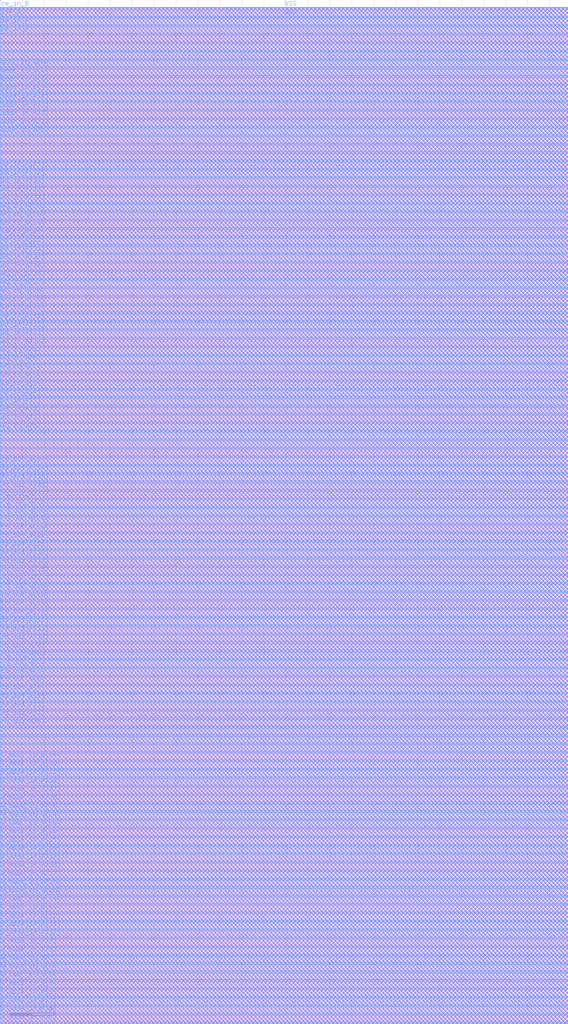
<source format=lef>
# Generated by FakeRAM 2.0
VERSION 5.7 ;
BUSBITCHARS "[]" ;
PROPERTYDEFINITIONS
  MACRO width INTEGER ;
  MACRO depth INTEGER ;
  MACRO banks INTEGER ;
END PROPERTYDEFINITIONS
MACRO fakeram7_tdp_512x32
  PROPERTY width 32 ;
  PROPERTY depth 512 ;
  PROPERTY banks 4 ;
  FOREIGN fakeram7_tdp_512x32 0 0 ;
  SYMMETRY X Y ;
  SIZE 25.840 BY 46.200 ;
  CLASS BLOCK ;
  PIN w_mask_in_A[0]
    DIRECTION INPUT ;
    USE SIGNAL ;
    SHAPE ABUTMENT ;
    PORT
      LAYER M4 ;
      RECT 0.000 0.048 0.024 0.072 ;
    END
  END w_mask_in_A[0]
  PIN w_mask_in_B[0]
    DIRECTION INPUT ;
    USE SIGNAL ;
    SHAPE ABUTMENT ;
    PORT
      LAYER M4 ;
      RECT 25.816 0.048 25.840 0.072 ;
    END
  END w_mask_in_B[0]
  PIN w_mask_in_A[1]
    DIRECTION INPUT ;
    USE SIGNAL ;
    SHAPE ABUTMENT ;
    PORT
      LAYER M4 ;
      RECT 0.000 0.432 0.024 0.456 ;
    END
  END w_mask_in_A[1]
  PIN w_mask_in_B[1]
    DIRECTION INPUT ;
    USE SIGNAL ;
    SHAPE ABUTMENT ;
    PORT
      LAYER M4 ;
      RECT 25.816 0.432 25.840 0.456 ;
    END
  END w_mask_in_B[1]
  PIN w_mask_in_A[2]
    DIRECTION INPUT ;
    USE SIGNAL ;
    SHAPE ABUTMENT ;
    PORT
      LAYER M4 ;
      RECT 0.000 0.816 0.024 0.840 ;
    END
  END w_mask_in_A[2]
  PIN w_mask_in_B[2]
    DIRECTION INPUT ;
    USE SIGNAL ;
    SHAPE ABUTMENT ;
    PORT
      LAYER M4 ;
      RECT 25.816 0.816 25.840 0.840 ;
    END
  END w_mask_in_B[2]
  PIN w_mask_in_A[3]
    DIRECTION INPUT ;
    USE SIGNAL ;
    SHAPE ABUTMENT ;
    PORT
      LAYER M4 ;
      RECT 0.000 1.200 0.024 1.224 ;
    END
  END w_mask_in_A[3]
  PIN w_mask_in_B[3]
    DIRECTION INPUT ;
    USE SIGNAL ;
    SHAPE ABUTMENT ;
    PORT
      LAYER M4 ;
      RECT 25.816 1.200 25.840 1.224 ;
    END
  END w_mask_in_B[3]
  PIN w_mask_in_A[4]
    DIRECTION INPUT ;
    USE SIGNAL ;
    SHAPE ABUTMENT ;
    PORT
      LAYER M4 ;
      RECT 0.000 1.584 0.024 1.608 ;
    END
  END w_mask_in_A[4]
  PIN w_mask_in_B[4]
    DIRECTION INPUT ;
    USE SIGNAL ;
    SHAPE ABUTMENT ;
    PORT
      LAYER M4 ;
      RECT 25.816 1.584 25.840 1.608 ;
    END
  END w_mask_in_B[4]
  PIN w_mask_in_A[5]
    DIRECTION INPUT ;
    USE SIGNAL ;
    SHAPE ABUTMENT ;
    PORT
      LAYER M4 ;
      RECT 0.000 1.968 0.024 1.992 ;
    END
  END w_mask_in_A[5]
  PIN w_mask_in_B[5]
    DIRECTION INPUT ;
    USE SIGNAL ;
    SHAPE ABUTMENT ;
    PORT
      LAYER M4 ;
      RECT 25.816 1.968 25.840 1.992 ;
    END
  END w_mask_in_B[5]
  PIN w_mask_in_A[6]
    DIRECTION INPUT ;
    USE SIGNAL ;
    SHAPE ABUTMENT ;
    PORT
      LAYER M4 ;
      RECT 0.000 2.352 0.024 2.376 ;
    END
  END w_mask_in_A[6]
  PIN w_mask_in_B[6]
    DIRECTION INPUT ;
    USE SIGNAL ;
    SHAPE ABUTMENT ;
    PORT
      LAYER M4 ;
      RECT 25.816 2.352 25.840 2.376 ;
    END
  END w_mask_in_B[6]
  PIN w_mask_in_A[7]
    DIRECTION INPUT ;
    USE SIGNAL ;
    SHAPE ABUTMENT ;
    PORT
      LAYER M4 ;
      RECT 0.000 2.736 0.024 2.760 ;
    END
  END w_mask_in_A[7]
  PIN w_mask_in_B[7]
    DIRECTION INPUT ;
    USE SIGNAL ;
    SHAPE ABUTMENT ;
    PORT
      LAYER M4 ;
      RECT 25.816 2.736 25.840 2.760 ;
    END
  END w_mask_in_B[7]
  PIN w_mask_in_A[8]
    DIRECTION INPUT ;
    USE SIGNAL ;
    SHAPE ABUTMENT ;
    PORT
      LAYER M4 ;
      RECT 0.000 3.120 0.024 3.144 ;
    END
  END w_mask_in_A[8]
  PIN w_mask_in_B[8]
    DIRECTION INPUT ;
    USE SIGNAL ;
    SHAPE ABUTMENT ;
    PORT
      LAYER M4 ;
      RECT 25.816 3.120 25.840 3.144 ;
    END
  END w_mask_in_B[8]
  PIN w_mask_in_A[9]
    DIRECTION INPUT ;
    USE SIGNAL ;
    SHAPE ABUTMENT ;
    PORT
      LAYER M4 ;
      RECT 0.000 3.504 0.024 3.528 ;
    END
  END w_mask_in_A[9]
  PIN w_mask_in_B[9]
    DIRECTION INPUT ;
    USE SIGNAL ;
    SHAPE ABUTMENT ;
    PORT
      LAYER M4 ;
      RECT 25.816 3.504 25.840 3.528 ;
    END
  END w_mask_in_B[9]
  PIN w_mask_in_A[10]
    DIRECTION INPUT ;
    USE SIGNAL ;
    SHAPE ABUTMENT ;
    PORT
      LAYER M4 ;
      RECT 0.000 3.888 0.024 3.912 ;
    END
  END w_mask_in_A[10]
  PIN w_mask_in_B[10]
    DIRECTION INPUT ;
    USE SIGNAL ;
    SHAPE ABUTMENT ;
    PORT
      LAYER M4 ;
      RECT 25.816 3.888 25.840 3.912 ;
    END
  END w_mask_in_B[10]
  PIN w_mask_in_A[11]
    DIRECTION INPUT ;
    USE SIGNAL ;
    SHAPE ABUTMENT ;
    PORT
      LAYER M4 ;
      RECT 0.000 4.272 0.024 4.296 ;
    END
  END w_mask_in_A[11]
  PIN w_mask_in_B[11]
    DIRECTION INPUT ;
    USE SIGNAL ;
    SHAPE ABUTMENT ;
    PORT
      LAYER M4 ;
      RECT 25.816 4.272 25.840 4.296 ;
    END
  END w_mask_in_B[11]
  PIN w_mask_in_A[12]
    DIRECTION INPUT ;
    USE SIGNAL ;
    SHAPE ABUTMENT ;
    PORT
      LAYER M4 ;
      RECT 0.000 4.656 0.024 4.680 ;
    END
  END w_mask_in_A[12]
  PIN w_mask_in_B[12]
    DIRECTION INPUT ;
    USE SIGNAL ;
    SHAPE ABUTMENT ;
    PORT
      LAYER M4 ;
      RECT 25.816 4.656 25.840 4.680 ;
    END
  END w_mask_in_B[12]
  PIN w_mask_in_A[13]
    DIRECTION INPUT ;
    USE SIGNAL ;
    SHAPE ABUTMENT ;
    PORT
      LAYER M4 ;
      RECT 0.000 5.040 0.024 5.064 ;
    END
  END w_mask_in_A[13]
  PIN w_mask_in_B[13]
    DIRECTION INPUT ;
    USE SIGNAL ;
    SHAPE ABUTMENT ;
    PORT
      LAYER M4 ;
      RECT 25.816 5.040 25.840 5.064 ;
    END
  END w_mask_in_B[13]
  PIN w_mask_in_A[14]
    DIRECTION INPUT ;
    USE SIGNAL ;
    SHAPE ABUTMENT ;
    PORT
      LAYER M4 ;
      RECT 0.000 5.424 0.024 5.448 ;
    END
  END w_mask_in_A[14]
  PIN w_mask_in_B[14]
    DIRECTION INPUT ;
    USE SIGNAL ;
    SHAPE ABUTMENT ;
    PORT
      LAYER M4 ;
      RECT 25.816 5.424 25.840 5.448 ;
    END
  END w_mask_in_B[14]
  PIN w_mask_in_A[15]
    DIRECTION INPUT ;
    USE SIGNAL ;
    SHAPE ABUTMENT ;
    PORT
      LAYER M4 ;
      RECT 0.000 5.808 0.024 5.832 ;
    END
  END w_mask_in_A[15]
  PIN w_mask_in_B[15]
    DIRECTION INPUT ;
    USE SIGNAL ;
    SHAPE ABUTMENT ;
    PORT
      LAYER M4 ;
      RECT 25.816 5.808 25.840 5.832 ;
    END
  END w_mask_in_B[15]
  PIN w_mask_in_A[16]
    DIRECTION INPUT ;
    USE SIGNAL ;
    SHAPE ABUTMENT ;
    PORT
      LAYER M4 ;
      RECT 0.000 6.192 0.024 6.216 ;
    END
  END w_mask_in_A[16]
  PIN w_mask_in_B[16]
    DIRECTION INPUT ;
    USE SIGNAL ;
    SHAPE ABUTMENT ;
    PORT
      LAYER M4 ;
      RECT 25.816 6.192 25.840 6.216 ;
    END
  END w_mask_in_B[16]
  PIN w_mask_in_A[17]
    DIRECTION INPUT ;
    USE SIGNAL ;
    SHAPE ABUTMENT ;
    PORT
      LAYER M4 ;
      RECT 0.000 6.576 0.024 6.600 ;
    END
  END w_mask_in_A[17]
  PIN w_mask_in_B[17]
    DIRECTION INPUT ;
    USE SIGNAL ;
    SHAPE ABUTMENT ;
    PORT
      LAYER M4 ;
      RECT 25.816 6.576 25.840 6.600 ;
    END
  END w_mask_in_B[17]
  PIN w_mask_in_A[18]
    DIRECTION INPUT ;
    USE SIGNAL ;
    SHAPE ABUTMENT ;
    PORT
      LAYER M4 ;
      RECT 0.000 6.960 0.024 6.984 ;
    END
  END w_mask_in_A[18]
  PIN w_mask_in_B[18]
    DIRECTION INPUT ;
    USE SIGNAL ;
    SHAPE ABUTMENT ;
    PORT
      LAYER M4 ;
      RECT 25.816 6.960 25.840 6.984 ;
    END
  END w_mask_in_B[18]
  PIN w_mask_in_A[19]
    DIRECTION INPUT ;
    USE SIGNAL ;
    SHAPE ABUTMENT ;
    PORT
      LAYER M4 ;
      RECT 0.000 7.344 0.024 7.368 ;
    END
  END w_mask_in_A[19]
  PIN w_mask_in_B[19]
    DIRECTION INPUT ;
    USE SIGNAL ;
    SHAPE ABUTMENT ;
    PORT
      LAYER M4 ;
      RECT 25.816 7.344 25.840 7.368 ;
    END
  END w_mask_in_B[19]
  PIN w_mask_in_A[20]
    DIRECTION INPUT ;
    USE SIGNAL ;
    SHAPE ABUTMENT ;
    PORT
      LAYER M4 ;
      RECT 0.000 7.728 0.024 7.752 ;
    END
  END w_mask_in_A[20]
  PIN w_mask_in_B[20]
    DIRECTION INPUT ;
    USE SIGNAL ;
    SHAPE ABUTMENT ;
    PORT
      LAYER M4 ;
      RECT 25.816 7.728 25.840 7.752 ;
    END
  END w_mask_in_B[20]
  PIN w_mask_in_A[21]
    DIRECTION INPUT ;
    USE SIGNAL ;
    SHAPE ABUTMENT ;
    PORT
      LAYER M4 ;
      RECT 0.000 8.112 0.024 8.136 ;
    END
  END w_mask_in_A[21]
  PIN w_mask_in_B[21]
    DIRECTION INPUT ;
    USE SIGNAL ;
    SHAPE ABUTMENT ;
    PORT
      LAYER M4 ;
      RECT 25.816 8.112 25.840 8.136 ;
    END
  END w_mask_in_B[21]
  PIN w_mask_in_A[22]
    DIRECTION INPUT ;
    USE SIGNAL ;
    SHAPE ABUTMENT ;
    PORT
      LAYER M4 ;
      RECT 0.000 8.496 0.024 8.520 ;
    END
  END w_mask_in_A[22]
  PIN w_mask_in_B[22]
    DIRECTION INPUT ;
    USE SIGNAL ;
    SHAPE ABUTMENT ;
    PORT
      LAYER M4 ;
      RECT 25.816 8.496 25.840 8.520 ;
    END
  END w_mask_in_B[22]
  PIN w_mask_in_A[23]
    DIRECTION INPUT ;
    USE SIGNAL ;
    SHAPE ABUTMENT ;
    PORT
      LAYER M4 ;
      RECT 0.000 8.880 0.024 8.904 ;
    END
  END w_mask_in_A[23]
  PIN w_mask_in_B[23]
    DIRECTION INPUT ;
    USE SIGNAL ;
    SHAPE ABUTMENT ;
    PORT
      LAYER M4 ;
      RECT 25.816 8.880 25.840 8.904 ;
    END
  END w_mask_in_B[23]
  PIN w_mask_in_A[24]
    DIRECTION INPUT ;
    USE SIGNAL ;
    SHAPE ABUTMENT ;
    PORT
      LAYER M4 ;
      RECT 0.000 9.264 0.024 9.288 ;
    END
  END w_mask_in_A[24]
  PIN w_mask_in_B[24]
    DIRECTION INPUT ;
    USE SIGNAL ;
    SHAPE ABUTMENT ;
    PORT
      LAYER M4 ;
      RECT 25.816 9.264 25.840 9.288 ;
    END
  END w_mask_in_B[24]
  PIN w_mask_in_A[25]
    DIRECTION INPUT ;
    USE SIGNAL ;
    SHAPE ABUTMENT ;
    PORT
      LAYER M4 ;
      RECT 0.000 9.648 0.024 9.672 ;
    END
  END w_mask_in_A[25]
  PIN w_mask_in_B[25]
    DIRECTION INPUT ;
    USE SIGNAL ;
    SHAPE ABUTMENT ;
    PORT
      LAYER M4 ;
      RECT 25.816 9.648 25.840 9.672 ;
    END
  END w_mask_in_B[25]
  PIN w_mask_in_A[26]
    DIRECTION INPUT ;
    USE SIGNAL ;
    SHAPE ABUTMENT ;
    PORT
      LAYER M4 ;
      RECT 0.000 10.032 0.024 10.056 ;
    END
  END w_mask_in_A[26]
  PIN w_mask_in_B[26]
    DIRECTION INPUT ;
    USE SIGNAL ;
    SHAPE ABUTMENT ;
    PORT
      LAYER M4 ;
      RECT 25.816 10.032 25.840 10.056 ;
    END
  END w_mask_in_B[26]
  PIN w_mask_in_A[27]
    DIRECTION INPUT ;
    USE SIGNAL ;
    SHAPE ABUTMENT ;
    PORT
      LAYER M4 ;
      RECT 0.000 10.416 0.024 10.440 ;
    END
  END w_mask_in_A[27]
  PIN w_mask_in_B[27]
    DIRECTION INPUT ;
    USE SIGNAL ;
    SHAPE ABUTMENT ;
    PORT
      LAYER M4 ;
      RECT 25.816 10.416 25.840 10.440 ;
    END
  END w_mask_in_B[27]
  PIN w_mask_in_A[28]
    DIRECTION INPUT ;
    USE SIGNAL ;
    SHAPE ABUTMENT ;
    PORT
      LAYER M4 ;
      RECT 0.000 10.800 0.024 10.824 ;
    END
  END w_mask_in_A[28]
  PIN w_mask_in_B[28]
    DIRECTION INPUT ;
    USE SIGNAL ;
    SHAPE ABUTMENT ;
    PORT
      LAYER M4 ;
      RECT 25.816 10.800 25.840 10.824 ;
    END
  END w_mask_in_B[28]
  PIN w_mask_in_A[29]
    DIRECTION INPUT ;
    USE SIGNAL ;
    SHAPE ABUTMENT ;
    PORT
      LAYER M4 ;
      RECT 0.000 11.184 0.024 11.208 ;
    END
  END w_mask_in_A[29]
  PIN w_mask_in_B[29]
    DIRECTION INPUT ;
    USE SIGNAL ;
    SHAPE ABUTMENT ;
    PORT
      LAYER M4 ;
      RECT 25.816 11.184 25.840 11.208 ;
    END
  END w_mask_in_B[29]
  PIN w_mask_in_A[30]
    DIRECTION INPUT ;
    USE SIGNAL ;
    SHAPE ABUTMENT ;
    PORT
      LAYER M4 ;
      RECT 0.000 11.568 0.024 11.592 ;
    END
  END w_mask_in_A[30]
  PIN w_mask_in_B[30]
    DIRECTION INPUT ;
    USE SIGNAL ;
    SHAPE ABUTMENT ;
    PORT
      LAYER M4 ;
      RECT 25.816 11.568 25.840 11.592 ;
    END
  END w_mask_in_B[30]
  PIN w_mask_in_A[31]
    DIRECTION INPUT ;
    USE SIGNAL ;
    SHAPE ABUTMENT ;
    PORT
      LAYER M4 ;
      RECT 0.000 11.952 0.024 11.976 ;
    END
  END w_mask_in_A[31]
  PIN w_mask_in_B[31]
    DIRECTION INPUT ;
    USE SIGNAL ;
    SHAPE ABUTMENT ;
    PORT
      LAYER M4 ;
      RECT 25.816 11.952 25.840 11.976 ;
    END
  END w_mask_in_B[31]
  PIN rd_out_A[0]
    DIRECTION OUTPUT ;
    USE SIGNAL ;
    SHAPE ABUTMENT ;
    PORT
      LAYER M4 ;
      RECT 0.000 13.488 0.024 13.512 ;
    END
  END rd_out_A[0]
  PIN rd_out_B[0]
    DIRECTION OUTPUT ;
    USE SIGNAL ;
    SHAPE ABUTMENT ;
    PORT
      LAYER M4 ;
      RECT 25.816 13.488 25.840 13.512 ;
    END
  END rd_out_B[0]
  PIN rd_out_A[1]
    DIRECTION OUTPUT ;
    USE SIGNAL ;
    SHAPE ABUTMENT ;
    PORT
      LAYER M4 ;
      RECT 0.000 13.872 0.024 13.896 ;
    END
  END rd_out_A[1]
  PIN rd_out_B[1]
    DIRECTION OUTPUT ;
    USE SIGNAL ;
    SHAPE ABUTMENT ;
    PORT
      LAYER M4 ;
      RECT 25.816 13.872 25.840 13.896 ;
    END
  END rd_out_B[1]
  PIN rd_out_A[2]
    DIRECTION OUTPUT ;
    USE SIGNAL ;
    SHAPE ABUTMENT ;
    PORT
      LAYER M4 ;
      RECT 0.000 14.256 0.024 14.280 ;
    END
  END rd_out_A[2]
  PIN rd_out_B[2]
    DIRECTION OUTPUT ;
    USE SIGNAL ;
    SHAPE ABUTMENT ;
    PORT
      LAYER M4 ;
      RECT 25.816 14.256 25.840 14.280 ;
    END
  END rd_out_B[2]
  PIN rd_out_A[3]
    DIRECTION OUTPUT ;
    USE SIGNAL ;
    SHAPE ABUTMENT ;
    PORT
      LAYER M4 ;
      RECT 0.000 14.640 0.024 14.664 ;
    END
  END rd_out_A[3]
  PIN rd_out_B[3]
    DIRECTION OUTPUT ;
    USE SIGNAL ;
    SHAPE ABUTMENT ;
    PORT
      LAYER M4 ;
      RECT 25.816 14.640 25.840 14.664 ;
    END
  END rd_out_B[3]
  PIN rd_out_A[4]
    DIRECTION OUTPUT ;
    USE SIGNAL ;
    SHAPE ABUTMENT ;
    PORT
      LAYER M4 ;
      RECT 0.000 15.024 0.024 15.048 ;
    END
  END rd_out_A[4]
  PIN rd_out_B[4]
    DIRECTION OUTPUT ;
    USE SIGNAL ;
    SHAPE ABUTMENT ;
    PORT
      LAYER M4 ;
      RECT 25.816 15.024 25.840 15.048 ;
    END
  END rd_out_B[4]
  PIN rd_out_A[5]
    DIRECTION OUTPUT ;
    USE SIGNAL ;
    SHAPE ABUTMENT ;
    PORT
      LAYER M4 ;
      RECT 0.000 15.408 0.024 15.432 ;
    END
  END rd_out_A[5]
  PIN rd_out_B[5]
    DIRECTION OUTPUT ;
    USE SIGNAL ;
    SHAPE ABUTMENT ;
    PORT
      LAYER M4 ;
      RECT 25.816 15.408 25.840 15.432 ;
    END
  END rd_out_B[5]
  PIN rd_out_A[6]
    DIRECTION OUTPUT ;
    USE SIGNAL ;
    SHAPE ABUTMENT ;
    PORT
      LAYER M4 ;
      RECT 0.000 15.792 0.024 15.816 ;
    END
  END rd_out_A[6]
  PIN rd_out_B[6]
    DIRECTION OUTPUT ;
    USE SIGNAL ;
    SHAPE ABUTMENT ;
    PORT
      LAYER M4 ;
      RECT 25.816 15.792 25.840 15.816 ;
    END
  END rd_out_B[6]
  PIN rd_out_A[7]
    DIRECTION OUTPUT ;
    USE SIGNAL ;
    SHAPE ABUTMENT ;
    PORT
      LAYER M4 ;
      RECT 0.000 16.176 0.024 16.200 ;
    END
  END rd_out_A[7]
  PIN rd_out_B[7]
    DIRECTION OUTPUT ;
    USE SIGNAL ;
    SHAPE ABUTMENT ;
    PORT
      LAYER M4 ;
      RECT 25.816 16.176 25.840 16.200 ;
    END
  END rd_out_B[7]
  PIN rd_out_A[8]
    DIRECTION OUTPUT ;
    USE SIGNAL ;
    SHAPE ABUTMENT ;
    PORT
      LAYER M4 ;
      RECT 0.000 16.560 0.024 16.584 ;
    END
  END rd_out_A[8]
  PIN rd_out_B[8]
    DIRECTION OUTPUT ;
    USE SIGNAL ;
    SHAPE ABUTMENT ;
    PORT
      LAYER M4 ;
      RECT 25.816 16.560 25.840 16.584 ;
    END
  END rd_out_B[8]
  PIN rd_out_A[9]
    DIRECTION OUTPUT ;
    USE SIGNAL ;
    SHAPE ABUTMENT ;
    PORT
      LAYER M4 ;
      RECT 0.000 16.944 0.024 16.968 ;
    END
  END rd_out_A[9]
  PIN rd_out_B[9]
    DIRECTION OUTPUT ;
    USE SIGNAL ;
    SHAPE ABUTMENT ;
    PORT
      LAYER M4 ;
      RECT 25.816 16.944 25.840 16.968 ;
    END
  END rd_out_B[9]
  PIN rd_out_A[10]
    DIRECTION OUTPUT ;
    USE SIGNAL ;
    SHAPE ABUTMENT ;
    PORT
      LAYER M4 ;
      RECT 0.000 17.328 0.024 17.352 ;
    END
  END rd_out_A[10]
  PIN rd_out_B[10]
    DIRECTION OUTPUT ;
    USE SIGNAL ;
    SHAPE ABUTMENT ;
    PORT
      LAYER M4 ;
      RECT 25.816 17.328 25.840 17.352 ;
    END
  END rd_out_B[10]
  PIN rd_out_A[11]
    DIRECTION OUTPUT ;
    USE SIGNAL ;
    SHAPE ABUTMENT ;
    PORT
      LAYER M4 ;
      RECT 0.000 17.712 0.024 17.736 ;
    END
  END rd_out_A[11]
  PIN rd_out_B[11]
    DIRECTION OUTPUT ;
    USE SIGNAL ;
    SHAPE ABUTMENT ;
    PORT
      LAYER M4 ;
      RECT 25.816 17.712 25.840 17.736 ;
    END
  END rd_out_B[11]
  PIN rd_out_A[12]
    DIRECTION OUTPUT ;
    USE SIGNAL ;
    SHAPE ABUTMENT ;
    PORT
      LAYER M4 ;
      RECT 0.000 18.096 0.024 18.120 ;
    END
  END rd_out_A[12]
  PIN rd_out_B[12]
    DIRECTION OUTPUT ;
    USE SIGNAL ;
    SHAPE ABUTMENT ;
    PORT
      LAYER M4 ;
      RECT 25.816 18.096 25.840 18.120 ;
    END
  END rd_out_B[12]
  PIN rd_out_A[13]
    DIRECTION OUTPUT ;
    USE SIGNAL ;
    SHAPE ABUTMENT ;
    PORT
      LAYER M4 ;
      RECT 0.000 18.480 0.024 18.504 ;
    END
  END rd_out_A[13]
  PIN rd_out_B[13]
    DIRECTION OUTPUT ;
    USE SIGNAL ;
    SHAPE ABUTMENT ;
    PORT
      LAYER M4 ;
      RECT 25.816 18.480 25.840 18.504 ;
    END
  END rd_out_B[13]
  PIN rd_out_A[14]
    DIRECTION OUTPUT ;
    USE SIGNAL ;
    SHAPE ABUTMENT ;
    PORT
      LAYER M4 ;
      RECT 0.000 18.864 0.024 18.888 ;
    END
  END rd_out_A[14]
  PIN rd_out_B[14]
    DIRECTION OUTPUT ;
    USE SIGNAL ;
    SHAPE ABUTMENT ;
    PORT
      LAYER M4 ;
      RECT 25.816 18.864 25.840 18.888 ;
    END
  END rd_out_B[14]
  PIN rd_out_A[15]
    DIRECTION OUTPUT ;
    USE SIGNAL ;
    SHAPE ABUTMENT ;
    PORT
      LAYER M4 ;
      RECT 0.000 19.248 0.024 19.272 ;
    END
  END rd_out_A[15]
  PIN rd_out_B[15]
    DIRECTION OUTPUT ;
    USE SIGNAL ;
    SHAPE ABUTMENT ;
    PORT
      LAYER M4 ;
      RECT 25.816 19.248 25.840 19.272 ;
    END
  END rd_out_B[15]
  PIN rd_out_A[16]
    DIRECTION OUTPUT ;
    USE SIGNAL ;
    SHAPE ABUTMENT ;
    PORT
      LAYER M4 ;
      RECT 0.000 19.632 0.024 19.656 ;
    END
  END rd_out_A[16]
  PIN rd_out_B[16]
    DIRECTION OUTPUT ;
    USE SIGNAL ;
    SHAPE ABUTMENT ;
    PORT
      LAYER M4 ;
      RECT 25.816 19.632 25.840 19.656 ;
    END
  END rd_out_B[16]
  PIN rd_out_A[17]
    DIRECTION OUTPUT ;
    USE SIGNAL ;
    SHAPE ABUTMENT ;
    PORT
      LAYER M4 ;
      RECT 0.000 20.016 0.024 20.040 ;
    END
  END rd_out_A[17]
  PIN rd_out_B[17]
    DIRECTION OUTPUT ;
    USE SIGNAL ;
    SHAPE ABUTMENT ;
    PORT
      LAYER M4 ;
      RECT 25.816 20.016 25.840 20.040 ;
    END
  END rd_out_B[17]
  PIN rd_out_A[18]
    DIRECTION OUTPUT ;
    USE SIGNAL ;
    SHAPE ABUTMENT ;
    PORT
      LAYER M4 ;
      RECT 0.000 20.400 0.024 20.424 ;
    END
  END rd_out_A[18]
  PIN rd_out_B[18]
    DIRECTION OUTPUT ;
    USE SIGNAL ;
    SHAPE ABUTMENT ;
    PORT
      LAYER M4 ;
      RECT 25.816 20.400 25.840 20.424 ;
    END
  END rd_out_B[18]
  PIN rd_out_A[19]
    DIRECTION OUTPUT ;
    USE SIGNAL ;
    SHAPE ABUTMENT ;
    PORT
      LAYER M4 ;
      RECT 0.000 20.784 0.024 20.808 ;
    END
  END rd_out_A[19]
  PIN rd_out_B[19]
    DIRECTION OUTPUT ;
    USE SIGNAL ;
    SHAPE ABUTMENT ;
    PORT
      LAYER M4 ;
      RECT 25.816 20.784 25.840 20.808 ;
    END
  END rd_out_B[19]
  PIN rd_out_A[20]
    DIRECTION OUTPUT ;
    USE SIGNAL ;
    SHAPE ABUTMENT ;
    PORT
      LAYER M4 ;
      RECT 0.000 21.168 0.024 21.192 ;
    END
  END rd_out_A[20]
  PIN rd_out_B[20]
    DIRECTION OUTPUT ;
    USE SIGNAL ;
    SHAPE ABUTMENT ;
    PORT
      LAYER M4 ;
      RECT 25.816 21.168 25.840 21.192 ;
    END
  END rd_out_B[20]
  PIN rd_out_A[21]
    DIRECTION OUTPUT ;
    USE SIGNAL ;
    SHAPE ABUTMENT ;
    PORT
      LAYER M4 ;
      RECT 0.000 21.552 0.024 21.576 ;
    END
  END rd_out_A[21]
  PIN rd_out_B[21]
    DIRECTION OUTPUT ;
    USE SIGNAL ;
    SHAPE ABUTMENT ;
    PORT
      LAYER M4 ;
      RECT 25.816 21.552 25.840 21.576 ;
    END
  END rd_out_B[21]
  PIN rd_out_A[22]
    DIRECTION OUTPUT ;
    USE SIGNAL ;
    SHAPE ABUTMENT ;
    PORT
      LAYER M4 ;
      RECT 0.000 21.936 0.024 21.960 ;
    END
  END rd_out_A[22]
  PIN rd_out_B[22]
    DIRECTION OUTPUT ;
    USE SIGNAL ;
    SHAPE ABUTMENT ;
    PORT
      LAYER M4 ;
      RECT 25.816 21.936 25.840 21.960 ;
    END
  END rd_out_B[22]
  PIN rd_out_A[23]
    DIRECTION OUTPUT ;
    USE SIGNAL ;
    SHAPE ABUTMENT ;
    PORT
      LAYER M4 ;
      RECT 0.000 22.320 0.024 22.344 ;
    END
  END rd_out_A[23]
  PIN rd_out_B[23]
    DIRECTION OUTPUT ;
    USE SIGNAL ;
    SHAPE ABUTMENT ;
    PORT
      LAYER M4 ;
      RECT 25.816 22.320 25.840 22.344 ;
    END
  END rd_out_B[23]
  PIN rd_out_A[24]
    DIRECTION OUTPUT ;
    USE SIGNAL ;
    SHAPE ABUTMENT ;
    PORT
      LAYER M4 ;
      RECT 0.000 22.704 0.024 22.728 ;
    END
  END rd_out_A[24]
  PIN rd_out_B[24]
    DIRECTION OUTPUT ;
    USE SIGNAL ;
    SHAPE ABUTMENT ;
    PORT
      LAYER M4 ;
      RECT 25.816 22.704 25.840 22.728 ;
    END
  END rd_out_B[24]
  PIN rd_out_A[25]
    DIRECTION OUTPUT ;
    USE SIGNAL ;
    SHAPE ABUTMENT ;
    PORT
      LAYER M4 ;
      RECT 0.000 23.088 0.024 23.112 ;
    END
  END rd_out_A[25]
  PIN rd_out_B[25]
    DIRECTION OUTPUT ;
    USE SIGNAL ;
    SHAPE ABUTMENT ;
    PORT
      LAYER M4 ;
      RECT 25.816 23.088 25.840 23.112 ;
    END
  END rd_out_B[25]
  PIN rd_out_A[26]
    DIRECTION OUTPUT ;
    USE SIGNAL ;
    SHAPE ABUTMENT ;
    PORT
      LAYER M4 ;
      RECT 0.000 23.472 0.024 23.496 ;
    END
  END rd_out_A[26]
  PIN rd_out_B[26]
    DIRECTION OUTPUT ;
    USE SIGNAL ;
    SHAPE ABUTMENT ;
    PORT
      LAYER M4 ;
      RECT 25.816 23.472 25.840 23.496 ;
    END
  END rd_out_B[26]
  PIN rd_out_A[27]
    DIRECTION OUTPUT ;
    USE SIGNAL ;
    SHAPE ABUTMENT ;
    PORT
      LAYER M4 ;
      RECT 0.000 23.856 0.024 23.880 ;
    END
  END rd_out_A[27]
  PIN rd_out_B[27]
    DIRECTION OUTPUT ;
    USE SIGNAL ;
    SHAPE ABUTMENT ;
    PORT
      LAYER M4 ;
      RECT 25.816 23.856 25.840 23.880 ;
    END
  END rd_out_B[27]
  PIN rd_out_A[28]
    DIRECTION OUTPUT ;
    USE SIGNAL ;
    SHAPE ABUTMENT ;
    PORT
      LAYER M4 ;
      RECT 0.000 24.240 0.024 24.264 ;
    END
  END rd_out_A[28]
  PIN rd_out_B[28]
    DIRECTION OUTPUT ;
    USE SIGNAL ;
    SHAPE ABUTMENT ;
    PORT
      LAYER M4 ;
      RECT 25.816 24.240 25.840 24.264 ;
    END
  END rd_out_B[28]
  PIN rd_out_A[29]
    DIRECTION OUTPUT ;
    USE SIGNAL ;
    SHAPE ABUTMENT ;
    PORT
      LAYER M4 ;
      RECT 0.000 24.624 0.024 24.648 ;
    END
  END rd_out_A[29]
  PIN rd_out_B[29]
    DIRECTION OUTPUT ;
    USE SIGNAL ;
    SHAPE ABUTMENT ;
    PORT
      LAYER M4 ;
      RECT 25.816 24.624 25.840 24.648 ;
    END
  END rd_out_B[29]
  PIN rd_out_A[30]
    DIRECTION OUTPUT ;
    USE SIGNAL ;
    SHAPE ABUTMENT ;
    PORT
      LAYER M4 ;
      RECT 0.000 25.008 0.024 25.032 ;
    END
  END rd_out_A[30]
  PIN rd_out_B[30]
    DIRECTION OUTPUT ;
    USE SIGNAL ;
    SHAPE ABUTMENT ;
    PORT
      LAYER M4 ;
      RECT 25.816 25.008 25.840 25.032 ;
    END
  END rd_out_B[30]
  PIN rd_out_A[31]
    DIRECTION OUTPUT ;
    USE SIGNAL ;
    SHAPE ABUTMENT ;
    PORT
      LAYER M4 ;
      RECT 0.000 25.392 0.024 25.416 ;
    END
  END rd_out_A[31]
  PIN rd_out_B[31]
    DIRECTION OUTPUT ;
    USE SIGNAL ;
    SHAPE ABUTMENT ;
    PORT
      LAYER M4 ;
      RECT 25.816 25.392 25.840 25.416 ;
    END
  END rd_out_B[31]
  PIN wd_in_A[0]
    DIRECTION INPUT ;
    USE SIGNAL ;
    SHAPE ABUTMENT ;
    PORT
      LAYER M4 ;
      RECT 0.000 26.928 0.024 26.952 ;
    END
  END wd_in_A[0]
  PIN wd_in_B[0]
    DIRECTION INPUT ;
    USE SIGNAL ;
    SHAPE ABUTMENT ;
    PORT
      LAYER M4 ;
      RECT 25.816 26.928 25.840 26.952 ;
    END
  END wd_in_B[0]
  PIN wd_in_A[1]
    DIRECTION INPUT ;
    USE SIGNAL ;
    SHAPE ABUTMENT ;
    PORT
      LAYER M4 ;
      RECT 0.000 27.312 0.024 27.336 ;
    END
  END wd_in_A[1]
  PIN wd_in_B[1]
    DIRECTION INPUT ;
    USE SIGNAL ;
    SHAPE ABUTMENT ;
    PORT
      LAYER M4 ;
      RECT 25.816 27.312 25.840 27.336 ;
    END
  END wd_in_B[1]
  PIN wd_in_A[2]
    DIRECTION INPUT ;
    USE SIGNAL ;
    SHAPE ABUTMENT ;
    PORT
      LAYER M4 ;
      RECT 0.000 27.696 0.024 27.720 ;
    END
  END wd_in_A[2]
  PIN wd_in_B[2]
    DIRECTION INPUT ;
    USE SIGNAL ;
    SHAPE ABUTMENT ;
    PORT
      LAYER M4 ;
      RECT 25.816 27.696 25.840 27.720 ;
    END
  END wd_in_B[2]
  PIN wd_in_A[3]
    DIRECTION INPUT ;
    USE SIGNAL ;
    SHAPE ABUTMENT ;
    PORT
      LAYER M4 ;
      RECT 0.000 28.080 0.024 28.104 ;
    END
  END wd_in_A[3]
  PIN wd_in_B[3]
    DIRECTION INPUT ;
    USE SIGNAL ;
    SHAPE ABUTMENT ;
    PORT
      LAYER M4 ;
      RECT 25.816 28.080 25.840 28.104 ;
    END
  END wd_in_B[3]
  PIN wd_in_A[4]
    DIRECTION INPUT ;
    USE SIGNAL ;
    SHAPE ABUTMENT ;
    PORT
      LAYER M4 ;
      RECT 0.000 28.464 0.024 28.488 ;
    END
  END wd_in_A[4]
  PIN wd_in_B[4]
    DIRECTION INPUT ;
    USE SIGNAL ;
    SHAPE ABUTMENT ;
    PORT
      LAYER M4 ;
      RECT 25.816 28.464 25.840 28.488 ;
    END
  END wd_in_B[4]
  PIN wd_in_A[5]
    DIRECTION INPUT ;
    USE SIGNAL ;
    SHAPE ABUTMENT ;
    PORT
      LAYER M4 ;
      RECT 0.000 28.848 0.024 28.872 ;
    END
  END wd_in_A[5]
  PIN wd_in_B[5]
    DIRECTION INPUT ;
    USE SIGNAL ;
    SHAPE ABUTMENT ;
    PORT
      LAYER M4 ;
      RECT 25.816 28.848 25.840 28.872 ;
    END
  END wd_in_B[5]
  PIN wd_in_A[6]
    DIRECTION INPUT ;
    USE SIGNAL ;
    SHAPE ABUTMENT ;
    PORT
      LAYER M4 ;
      RECT 0.000 29.232 0.024 29.256 ;
    END
  END wd_in_A[6]
  PIN wd_in_B[6]
    DIRECTION INPUT ;
    USE SIGNAL ;
    SHAPE ABUTMENT ;
    PORT
      LAYER M4 ;
      RECT 25.816 29.232 25.840 29.256 ;
    END
  END wd_in_B[6]
  PIN wd_in_A[7]
    DIRECTION INPUT ;
    USE SIGNAL ;
    SHAPE ABUTMENT ;
    PORT
      LAYER M4 ;
      RECT 0.000 29.616 0.024 29.640 ;
    END
  END wd_in_A[7]
  PIN wd_in_B[7]
    DIRECTION INPUT ;
    USE SIGNAL ;
    SHAPE ABUTMENT ;
    PORT
      LAYER M4 ;
      RECT 25.816 29.616 25.840 29.640 ;
    END
  END wd_in_B[7]
  PIN wd_in_A[8]
    DIRECTION INPUT ;
    USE SIGNAL ;
    SHAPE ABUTMENT ;
    PORT
      LAYER M4 ;
      RECT 0.000 30.000 0.024 30.024 ;
    END
  END wd_in_A[8]
  PIN wd_in_B[8]
    DIRECTION INPUT ;
    USE SIGNAL ;
    SHAPE ABUTMENT ;
    PORT
      LAYER M4 ;
      RECT 25.816 30.000 25.840 30.024 ;
    END
  END wd_in_B[8]
  PIN wd_in_A[9]
    DIRECTION INPUT ;
    USE SIGNAL ;
    SHAPE ABUTMENT ;
    PORT
      LAYER M4 ;
      RECT 0.000 30.384 0.024 30.408 ;
    END
  END wd_in_A[9]
  PIN wd_in_B[9]
    DIRECTION INPUT ;
    USE SIGNAL ;
    SHAPE ABUTMENT ;
    PORT
      LAYER M4 ;
      RECT 25.816 30.384 25.840 30.408 ;
    END
  END wd_in_B[9]
  PIN wd_in_A[10]
    DIRECTION INPUT ;
    USE SIGNAL ;
    SHAPE ABUTMENT ;
    PORT
      LAYER M4 ;
      RECT 0.000 30.768 0.024 30.792 ;
    END
  END wd_in_A[10]
  PIN wd_in_B[10]
    DIRECTION INPUT ;
    USE SIGNAL ;
    SHAPE ABUTMENT ;
    PORT
      LAYER M4 ;
      RECT 25.816 30.768 25.840 30.792 ;
    END
  END wd_in_B[10]
  PIN wd_in_A[11]
    DIRECTION INPUT ;
    USE SIGNAL ;
    SHAPE ABUTMENT ;
    PORT
      LAYER M4 ;
      RECT 0.000 31.152 0.024 31.176 ;
    END
  END wd_in_A[11]
  PIN wd_in_B[11]
    DIRECTION INPUT ;
    USE SIGNAL ;
    SHAPE ABUTMENT ;
    PORT
      LAYER M4 ;
      RECT 25.816 31.152 25.840 31.176 ;
    END
  END wd_in_B[11]
  PIN wd_in_A[12]
    DIRECTION INPUT ;
    USE SIGNAL ;
    SHAPE ABUTMENT ;
    PORT
      LAYER M4 ;
      RECT 0.000 31.536 0.024 31.560 ;
    END
  END wd_in_A[12]
  PIN wd_in_B[12]
    DIRECTION INPUT ;
    USE SIGNAL ;
    SHAPE ABUTMENT ;
    PORT
      LAYER M4 ;
      RECT 25.816 31.536 25.840 31.560 ;
    END
  END wd_in_B[12]
  PIN wd_in_A[13]
    DIRECTION INPUT ;
    USE SIGNAL ;
    SHAPE ABUTMENT ;
    PORT
      LAYER M4 ;
      RECT 0.000 31.920 0.024 31.944 ;
    END
  END wd_in_A[13]
  PIN wd_in_B[13]
    DIRECTION INPUT ;
    USE SIGNAL ;
    SHAPE ABUTMENT ;
    PORT
      LAYER M4 ;
      RECT 25.816 31.920 25.840 31.944 ;
    END
  END wd_in_B[13]
  PIN wd_in_A[14]
    DIRECTION INPUT ;
    USE SIGNAL ;
    SHAPE ABUTMENT ;
    PORT
      LAYER M4 ;
      RECT 0.000 32.304 0.024 32.328 ;
    END
  END wd_in_A[14]
  PIN wd_in_B[14]
    DIRECTION INPUT ;
    USE SIGNAL ;
    SHAPE ABUTMENT ;
    PORT
      LAYER M4 ;
      RECT 25.816 32.304 25.840 32.328 ;
    END
  END wd_in_B[14]
  PIN wd_in_A[15]
    DIRECTION INPUT ;
    USE SIGNAL ;
    SHAPE ABUTMENT ;
    PORT
      LAYER M4 ;
      RECT 0.000 32.688 0.024 32.712 ;
    END
  END wd_in_A[15]
  PIN wd_in_B[15]
    DIRECTION INPUT ;
    USE SIGNAL ;
    SHAPE ABUTMENT ;
    PORT
      LAYER M4 ;
      RECT 25.816 32.688 25.840 32.712 ;
    END
  END wd_in_B[15]
  PIN wd_in_A[16]
    DIRECTION INPUT ;
    USE SIGNAL ;
    SHAPE ABUTMENT ;
    PORT
      LAYER M4 ;
      RECT 0.000 33.072 0.024 33.096 ;
    END
  END wd_in_A[16]
  PIN wd_in_B[16]
    DIRECTION INPUT ;
    USE SIGNAL ;
    SHAPE ABUTMENT ;
    PORT
      LAYER M4 ;
      RECT 25.816 33.072 25.840 33.096 ;
    END
  END wd_in_B[16]
  PIN wd_in_A[17]
    DIRECTION INPUT ;
    USE SIGNAL ;
    SHAPE ABUTMENT ;
    PORT
      LAYER M4 ;
      RECT 0.000 33.456 0.024 33.480 ;
    END
  END wd_in_A[17]
  PIN wd_in_B[17]
    DIRECTION INPUT ;
    USE SIGNAL ;
    SHAPE ABUTMENT ;
    PORT
      LAYER M4 ;
      RECT 25.816 33.456 25.840 33.480 ;
    END
  END wd_in_B[17]
  PIN wd_in_A[18]
    DIRECTION INPUT ;
    USE SIGNAL ;
    SHAPE ABUTMENT ;
    PORT
      LAYER M4 ;
      RECT 0.000 33.840 0.024 33.864 ;
    END
  END wd_in_A[18]
  PIN wd_in_B[18]
    DIRECTION INPUT ;
    USE SIGNAL ;
    SHAPE ABUTMENT ;
    PORT
      LAYER M4 ;
      RECT 25.816 33.840 25.840 33.864 ;
    END
  END wd_in_B[18]
  PIN wd_in_A[19]
    DIRECTION INPUT ;
    USE SIGNAL ;
    SHAPE ABUTMENT ;
    PORT
      LAYER M4 ;
      RECT 0.000 34.224 0.024 34.248 ;
    END
  END wd_in_A[19]
  PIN wd_in_B[19]
    DIRECTION INPUT ;
    USE SIGNAL ;
    SHAPE ABUTMENT ;
    PORT
      LAYER M4 ;
      RECT 25.816 34.224 25.840 34.248 ;
    END
  END wd_in_B[19]
  PIN wd_in_A[20]
    DIRECTION INPUT ;
    USE SIGNAL ;
    SHAPE ABUTMENT ;
    PORT
      LAYER M4 ;
      RECT 0.000 34.608 0.024 34.632 ;
    END
  END wd_in_A[20]
  PIN wd_in_B[20]
    DIRECTION INPUT ;
    USE SIGNAL ;
    SHAPE ABUTMENT ;
    PORT
      LAYER M4 ;
      RECT 25.816 34.608 25.840 34.632 ;
    END
  END wd_in_B[20]
  PIN wd_in_A[21]
    DIRECTION INPUT ;
    USE SIGNAL ;
    SHAPE ABUTMENT ;
    PORT
      LAYER M4 ;
      RECT 0.000 34.992 0.024 35.016 ;
    END
  END wd_in_A[21]
  PIN wd_in_B[21]
    DIRECTION INPUT ;
    USE SIGNAL ;
    SHAPE ABUTMENT ;
    PORT
      LAYER M4 ;
      RECT 25.816 34.992 25.840 35.016 ;
    END
  END wd_in_B[21]
  PIN wd_in_A[22]
    DIRECTION INPUT ;
    USE SIGNAL ;
    SHAPE ABUTMENT ;
    PORT
      LAYER M4 ;
      RECT 0.000 35.376 0.024 35.400 ;
    END
  END wd_in_A[22]
  PIN wd_in_B[22]
    DIRECTION INPUT ;
    USE SIGNAL ;
    SHAPE ABUTMENT ;
    PORT
      LAYER M4 ;
      RECT 25.816 35.376 25.840 35.400 ;
    END
  END wd_in_B[22]
  PIN wd_in_A[23]
    DIRECTION INPUT ;
    USE SIGNAL ;
    SHAPE ABUTMENT ;
    PORT
      LAYER M4 ;
      RECT 0.000 35.760 0.024 35.784 ;
    END
  END wd_in_A[23]
  PIN wd_in_B[23]
    DIRECTION INPUT ;
    USE SIGNAL ;
    SHAPE ABUTMENT ;
    PORT
      LAYER M4 ;
      RECT 25.816 35.760 25.840 35.784 ;
    END
  END wd_in_B[23]
  PIN wd_in_A[24]
    DIRECTION INPUT ;
    USE SIGNAL ;
    SHAPE ABUTMENT ;
    PORT
      LAYER M4 ;
      RECT 0.000 36.144 0.024 36.168 ;
    END
  END wd_in_A[24]
  PIN wd_in_B[24]
    DIRECTION INPUT ;
    USE SIGNAL ;
    SHAPE ABUTMENT ;
    PORT
      LAYER M4 ;
      RECT 25.816 36.144 25.840 36.168 ;
    END
  END wd_in_B[24]
  PIN wd_in_A[25]
    DIRECTION INPUT ;
    USE SIGNAL ;
    SHAPE ABUTMENT ;
    PORT
      LAYER M4 ;
      RECT 0.000 36.528 0.024 36.552 ;
    END
  END wd_in_A[25]
  PIN wd_in_B[25]
    DIRECTION INPUT ;
    USE SIGNAL ;
    SHAPE ABUTMENT ;
    PORT
      LAYER M4 ;
      RECT 25.816 36.528 25.840 36.552 ;
    END
  END wd_in_B[25]
  PIN wd_in_A[26]
    DIRECTION INPUT ;
    USE SIGNAL ;
    SHAPE ABUTMENT ;
    PORT
      LAYER M4 ;
      RECT 0.000 36.912 0.024 36.936 ;
    END
  END wd_in_A[26]
  PIN wd_in_B[26]
    DIRECTION INPUT ;
    USE SIGNAL ;
    SHAPE ABUTMENT ;
    PORT
      LAYER M4 ;
      RECT 25.816 36.912 25.840 36.936 ;
    END
  END wd_in_B[26]
  PIN wd_in_A[27]
    DIRECTION INPUT ;
    USE SIGNAL ;
    SHAPE ABUTMENT ;
    PORT
      LAYER M4 ;
      RECT 0.000 37.296 0.024 37.320 ;
    END
  END wd_in_A[27]
  PIN wd_in_B[27]
    DIRECTION INPUT ;
    USE SIGNAL ;
    SHAPE ABUTMENT ;
    PORT
      LAYER M4 ;
      RECT 25.816 37.296 25.840 37.320 ;
    END
  END wd_in_B[27]
  PIN wd_in_A[28]
    DIRECTION INPUT ;
    USE SIGNAL ;
    SHAPE ABUTMENT ;
    PORT
      LAYER M4 ;
      RECT 0.000 37.680 0.024 37.704 ;
    END
  END wd_in_A[28]
  PIN wd_in_B[28]
    DIRECTION INPUT ;
    USE SIGNAL ;
    SHAPE ABUTMENT ;
    PORT
      LAYER M4 ;
      RECT 25.816 37.680 25.840 37.704 ;
    END
  END wd_in_B[28]
  PIN wd_in_A[29]
    DIRECTION INPUT ;
    USE SIGNAL ;
    SHAPE ABUTMENT ;
    PORT
      LAYER M4 ;
      RECT 0.000 38.064 0.024 38.088 ;
    END
  END wd_in_A[29]
  PIN wd_in_B[29]
    DIRECTION INPUT ;
    USE SIGNAL ;
    SHAPE ABUTMENT ;
    PORT
      LAYER M4 ;
      RECT 25.816 38.064 25.840 38.088 ;
    END
  END wd_in_B[29]
  PIN wd_in_A[30]
    DIRECTION INPUT ;
    USE SIGNAL ;
    SHAPE ABUTMENT ;
    PORT
      LAYER M4 ;
      RECT 0.000 38.448 0.024 38.472 ;
    END
  END wd_in_A[30]
  PIN wd_in_B[30]
    DIRECTION INPUT ;
    USE SIGNAL ;
    SHAPE ABUTMENT ;
    PORT
      LAYER M4 ;
      RECT 25.816 38.448 25.840 38.472 ;
    END
  END wd_in_B[30]
  PIN wd_in_A[31]
    DIRECTION INPUT ;
    USE SIGNAL ;
    SHAPE ABUTMENT ;
    PORT
      LAYER M4 ;
      RECT 0.000 38.832 0.024 38.856 ;
    END
  END wd_in_A[31]
  PIN wd_in_B[31]
    DIRECTION INPUT ;
    USE SIGNAL ;
    SHAPE ABUTMENT ;
    PORT
      LAYER M4 ;
      RECT 25.816 38.832 25.840 38.856 ;
    END
  END wd_in_B[31]
  PIN addr_in_A[0]
    DIRECTION INPUT ;
    USE SIGNAL ;
    SHAPE ABUTMENT ;
    PORT
      LAYER M4 ;
      RECT 0.000 40.368 0.024 40.392 ;
    END
  END addr_in_A[0]
  PIN addr_in_B[0]
    DIRECTION INPUT ;
    USE SIGNAL ;
    SHAPE ABUTMENT ;
    PORT
      LAYER M4 ;
      RECT 25.816 40.368 25.840 40.392 ;
    END
  END addr_in_B[0]
  PIN addr_in_A[1]
    DIRECTION INPUT ;
    USE SIGNAL ;
    SHAPE ABUTMENT ;
    PORT
      LAYER M4 ;
      RECT 0.000 40.752 0.024 40.776 ;
    END
  END addr_in_A[1]
  PIN addr_in_B[1]
    DIRECTION INPUT ;
    USE SIGNAL ;
    SHAPE ABUTMENT ;
    PORT
      LAYER M4 ;
      RECT 25.816 40.752 25.840 40.776 ;
    END
  END addr_in_B[1]
  PIN addr_in_A[2]
    DIRECTION INPUT ;
    USE SIGNAL ;
    SHAPE ABUTMENT ;
    PORT
      LAYER M4 ;
      RECT 0.000 41.136 0.024 41.160 ;
    END
  END addr_in_A[2]
  PIN addr_in_B[2]
    DIRECTION INPUT ;
    USE SIGNAL ;
    SHAPE ABUTMENT ;
    PORT
      LAYER M4 ;
      RECT 25.816 41.136 25.840 41.160 ;
    END
  END addr_in_B[2]
  PIN addr_in_A[3]
    DIRECTION INPUT ;
    USE SIGNAL ;
    SHAPE ABUTMENT ;
    PORT
      LAYER M4 ;
      RECT 0.000 41.520 0.024 41.544 ;
    END
  END addr_in_A[3]
  PIN addr_in_B[3]
    DIRECTION INPUT ;
    USE SIGNAL ;
    SHAPE ABUTMENT ;
    PORT
      LAYER M4 ;
      RECT 25.816 41.520 25.840 41.544 ;
    END
  END addr_in_B[3]
  PIN addr_in_A[4]
    DIRECTION INPUT ;
    USE SIGNAL ;
    SHAPE ABUTMENT ;
    PORT
      LAYER M4 ;
      RECT 0.000 41.904 0.024 41.928 ;
    END
  END addr_in_A[4]
  PIN addr_in_B[4]
    DIRECTION INPUT ;
    USE SIGNAL ;
    SHAPE ABUTMENT ;
    PORT
      LAYER M4 ;
      RECT 25.816 41.904 25.840 41.928 ;
    END
  END addr_in_B[4]
  PIN addr_in_A[5]
    DIRECTION INPUT ;
    USE SIGNAL ;
    SHAPE ABUTMENT ;
    PORT
      LAYER M4 ;
      RECT 0.000 42.288 0.024 42.312 ;
    END
  END addr_in_A[5]
  PIN addr_in_B[5]
    DIRECTION INPUT ;
    USE SIGNAL ;
    SHAPE ABUTMENT ;
    PORT
      LAYER M4 ;
      RECT 25.816 42.288 25.840 42.312 ;
    END
  END addr_in_B[5]
  PIN addr_in_A[6]
    DIRECTION INPUT ;
    USE SIGNAL ;
    SHAPE ABUTMENT ;
    PORT
      LAYER M4 ;
      RECT 0.000 42.672 0.024 42.696 ;
    END
  END addr_in_A[6]
  PIN addr_in_B[6]
    DIRECTION INPUT ;
    USE SIGNAL ;
    SHAPE ABUTMENT ;
    PORT
      LAYER M4 ;
      RECT 25.816 42.672 25.840 42.696 ;
    END
  END addr_in_B[6]
  PIN addr_in_A[7]
    DIRECTION INPUT ;
    USE SIGNAL ;
    SHAPE ABUTMENT ;
    PORT
      LAYER M4 ;
      RECT 0.000 43.056 0.024 43.080 ;
    END
  END addr_in_A[7]
  PIN addr_in_B[7]
    DIRECTION INPUT ;
    USE SIGNAL ;
    SHAPE ABUTMENT ;
    PORT
      LAYER M4 ;
      RECT 25.816 43.056 25.840 43.080 ;
    END
  END addr_in_B[7]
  PIN addr_in_A[8]
    DIRECTION INPUT ;
    USE SIGNAL ;
    SHAPE ABUTMENT ;
    PORT
      LAYER M4 ;
      RECT 0.000 43.440 0.024 43.464 ;
    END
  END addr_in_A[8]
  PIN addr_in_B[8]
    DIRECTION INPUT ;
    USE SIGNAL ;
    SHAPE ABUTMENT ;
    PORT
      LAYER M4 ;
      RECT 25.816 43.440 25.840 43.464 ;
    END
  END addr_in_B[8]
  PIN we_in_A
    DIRECTION INPUT ;
    USE SIGNAL ;
    SHAPE ABUTMENT ;
    PORT
      LAYER M4 ;
      RECT 0.000 44.976 0.024 45.000 ;
    END
  END we_in_A
  PIN we_in_B
    DIRECTION INPUT ;
    USE SIGNAL ;
    SHAPE ABUTMENT ;
    PORT
      LAYER M4 ;
      RECT 25.816 44.976 25.840 45.000 ;
    END
  END we_in_B
  PIN ce_in_A
    DIRECTION INPUT ;
    USE SIGNAL ;
    SHAPE ABUTMENT ;
    PORT
      LAYER M4 ;
      RECT 0.000 45.360 0.024 45.384 ;
    END
  END ce_in_A
  PIN clk_A
    DIRECTION INPUT ;
    USE SIGNAL ;
    SHAPE ABUTMENT ;
    PORT
      LAYER M4 ;
      RECT 0.000 45.744 0.024 45.768 ;
    END
  END clk_A
  PIN ce_in_B
    DIRECTION INPUT ;
    USE SIGNAL ;
    SHAPE ABUTMENT ;
    PORT
      LAYER M4 ;
      RECT 0.000 46.128 0.024 46.152 ;
    END
  END ce_in_B
  PIN clk_B
    DIRECTION INPUT ;
    USE SIGNAL ;
    SHAPE ABUTMENT ;
    PORT
      LAYER M4 ;
      RECT 0.000 46.512 0.024 46.536 ;
    END
  END clk_B
  PIN VSS
    DIRECTION INOUT ;
    USE GROUND ;
    PORT
      LAYER M4 ;
      RECT 0.048 0.000 25.792 0.096 ;
      RECT 0.048 0.768 25.792 0.864 ;
      RECT 0.048 1.536 25.792 1.632 ;
      RECT 0.048 2.304 25.792 2.400 ;
      RECT 0.048 3.072 25.792 3.168 ;
      RECT 0.048 3.840 25.792 3.936 ;
      RECT 0.048 4.608 25.792 4.704 ;
      RECT 0.048 5.376 25.792 5.472 ;
      RECT 0.048 6.144 25.792 6.240 ;
      RECT 0.048 6.912 25.792 7.008 ;
      RECT 0.048 7.680 25.792 7.776 ;
      RECT 0.048 8.448 25.792 8.544 ;
      RECT 0.048 9.216 25.792 9.312 ;
      RECT 0.048 9.984 25.792 10.080 ;
      RECT 0.048 10.752 25.792 10.848 ;
      RECT 0.048 11.520 25.792 11.616 ;
      RECT 0.048 12.288 25.792 12.384 ;
      RECT 0.048 13.056 25.792 13.152 ;
      RECT 0.048 13.824 25.792 13.920 ;
      RECT 0.048 14.592 25.792 14.688 ;
      RECT 0.048 15.360 25.792 15.456 ;
      RECT 0.048 16.128 25.792 16.224 ;
      RECT 0.048 16.896 25.792 16.992 ;
      RECT 0.048 17.664 25.792 17.760 ;
      RECT 0.048 18.432 25.792 18.528 ;
      RECT 0.048 19.200 25.792 19.296 ;
      RECT 0.048 19.968 25.792 20.064 ;
      RECT 0.048 20.736 25.792 20.832 ;
      RECT 0.048 21.504 25.792 21.600 ;
      RECT 0.048 22.272 25.792 22.368 ;
      RECT 0.048 23.040 25.792 23.136 ;
      RECT 0.048 23.808 25.792 23.904 ;
      RECT 0.048 24.576 25.792 24.672 ;
      RECT 0.048 25.344 25.792 25.440 ;
      RECT 0.048 26.112 25.792 26.208 ;
      RECT 0.048 26.880 25.792 26.976 ;
      RECT 0.048 27.648 25.792 27.744 ;
      RECT 0.048 28.416 25.792 28.512 ;
      RECT 0.048 29.184 25.792 29.280 ;
      RECT 0.048 29.952 25.792 30.048 ;
      RECT 0.048 30.720 25.792 30.816 ;
      RECT 0.048 31.488 25.792 31.584 ;
      RECT 0.048 32.256 25.792 32.352 ;
      RECT 0.048 33.024 25.792 33.120 ;
      RECT 0.048 33.792 25.792 33.888 ;
      RECT 0.048 34.560 25.792 34.656 ;
      RECT 0.048 35.328 25.792 35.424 ;
      RECT 0.048 36.096 25.792 36.192 ;
      RECT 0.048 36.864 25.792 36.960 ;
      RECT 0.048 37.632 25.792 37.728 ;
      RECT 0.048 38.400 25.792 38.496 ;
      RECT 0.048 39.168 25.792 39.264 ;
      RECT 0.048 39.936 25.792 40.032 ;
      RECT 0.048 40.704 25.792 40.800 ;
      RECT 0.048 41.472 25.792 41.568 ;
      RECT 0.048 42.240 25.792 42.336 ;
      RECT 0.048 43.008 25.792 43.104 ;
      RECT 0.048 43.776 25.792 43.872 ;
      RECT 0.048 44.544 25.792 44.640 ;
      RECT 0.048 45.312 25.792 45.408 ;
      RECT 0.048 46.080 25.792 46.176 ;
    END
  END VSS
  PIN VDD
    DIRECTION INOUT ;
    USE POWER ;
    PORT
      LAYER M4 ;
      RECT 0.048 0.384 25.792 0.480 ;
      RECT 0.048 1.152 25.792 1.248 ;
      RECT 0.048 1.920 25.792 2.016 ;
      RECT 0.048 2.688 25.792 2.784 ;
      RECT 0.048 3.456 25.792 3.552 ;
      RECT 0.048 4.224 25.792 4.320 ;
      RECT 0.048 4.992 25.792 5.088 ;
      RECT 0.048 5.760 25.792 5.856 ;
      RECT 0.048 6.528 25.792 6.624 ;
      RECT 0.048 7.296 25.792 7.392 ;
      RECT 0.048 8.064 25.792 8.160 ;
      RECT 0.048 8.832 25.792 8.928 ;
      RECT 0.048 9.600 25.792 9.696 ;
      RECT 0.048 10.368 25.792 10.464 ;
      RECT 0.048 11.136 25.792 11.232 ;
      RECT 0.048 11.904 25.792 12.000 ;
      RECT 0.048 12.672 25.792 12.768 ;
      RECT 0.048 13.440 25.792 13.536 ;
      RECT 0.048 14.208 25.792 14.304 ;
      RECT 0.048 14.976 25.792 15.072 ;
      RECT 0.048 15.744 25.792 15.840 ;
      RECT 0.048 16.512 25.792 16.608 ;
      RECT 0.048 17.280 25.792 17.376 ;
      RECT 0.048 18.048 25.792 18.144 ;
      RECT 0.048 18.816 25.792 18.912 ;
      RECT 0.048 19.584 25.792 19.680 ;
      RECT 0.048 20.352 25.792 20.448 ;
      RECT 0.048 21.120 25.792 21.216 ;
      RECT 0.048 21.888 25.792 21.984 ;
      RECT 0.048 22.656 25.792 22.752 ;
      RECT 0.048 23.424 25.792 23.520 ;
      RECT 0.048 24.192 25.792 24.288 ;
      RECT 0.048 24.960 25.792 25.056 ;
      RECT 0.048 25.728 25.792 25.824 ;
      RECT 0.048 26.496 25.792 26.592 ;
      RECT 0.048 27.264 25.792 27.360 ;
      RECT 0.048 28.032 25.792 28.128 ;
      RECT 0.048 28.800 25.792 28.896 ;
      RECT 0.048 29.568 25.792 29.664 ;
      RECT 0.048 30.336 25.792 30.432 ;
      RECT 0.048 31.104 25.792 31.200 ;
      RECT 0.048 31.872 25.792 31.968 ;
      RECT 0.048 32.640 25.792 32.736 ;
      RECT 0.048 33.408 25.792 33.504 ;
      RECT 0.048 34.176 25.792 34.272 ;
      RECT 0.048 34.944 25.792 35.040 ;
      RECT 0.048 35.712 25.792 35.808 ;
      RECT 0.048 36.480 25.792 36.576 ;
      RECT 0.048 37.248 25.792 37.344 ;
      RECT 0.048 38.016 25.792 38.112 ;
      RECT 0.048 38.784 25.792 38.880 ;
      RECT 0.048 39.552 25.792 39.648 ;
      RECT 0.048 40.320 25.792 40.416 ;
      RECT 0.048 41.088 25.792 41.184 ;
      RECT 0.048 41.856 25.792 41.952 ;
      RECT 0.048 42.624 25.792 42.720 ;
      RECT 0.048 43.392 25.792 43.488 ;
      RECT 0.048 44.160 25.792 44.256 ;
      RECT 0.048 44.928 25.792 45.024 ;
      RECT 0.048 45.696 25.792 45.792 ;
    END
  END VDD
  OBS
    LAYER M1 ;
    RECT 0 0 25.840 46.200 ;
    LAYER M2 ;
    RECT 0 0 25.840 46.200 ;
    LAYER M3 ;
    RECT 0 0 25.840 46.200 ;
    LAYER M4 ;
    RECT 0 0 25.840 46.200 ;
  END
END fakeram7_tdp_512x32

END LIBRARY

</source>
